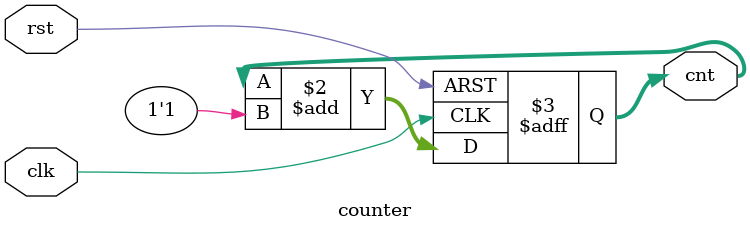
<source format=sv>
module counter #(
  parameter WIDTH = 2
)
(
  input    logic            clk,
  input    logic            rst,

  output logic [WIDTH - 1:0] cnt
);

always_ff @ (posedge clk or posedge rst)
  if (rst)
    cnt <= 'b0;
  else
    cnt <= cnt + 1'b1;
	 
	 
endmodule
</source>
